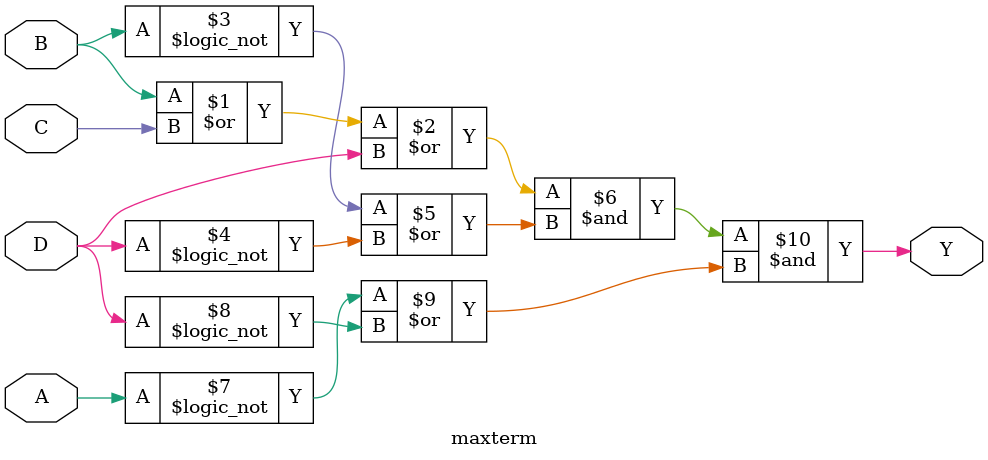
<source format=v>
module maxterm (
    input A, B, C, D,
    output Y
);

assign Y = (B | C | D) & (!B | !D) & (!A | !D);

endmodule

</source>
